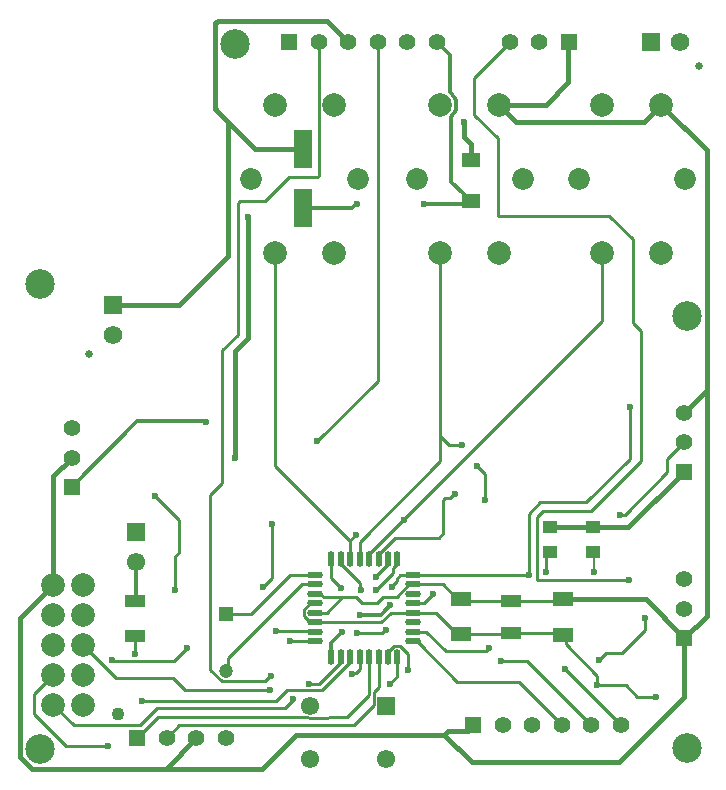
<source format=gbl>
G04*
G04 #@! TF.GenerationSoftware,Altium Limited,Altium Designer,24.1.2 (44)*
G04*
G04 Layer_Physical_Order=2*
G04 Layer_Color=16711680*
%FSLAX25Y25*%
%MOIN*%
G70*
G04*
G04 #@! TF.SameCoordinates,9647829F-9D65-4518-952E-74710912C15A*
G04*
G04*
G04 #@! TF.FilePolarity,Positive*
G04*
G01*
G75*
%ADD10C,0.00787*%
%ADD11C,0.00984*%
%ADD18R,0.06693X0.04331*%
%ADD25R,0.07087X0.04528*%
%ADD38C,0.07874*%
%ADD42R,0.06102X0.06102*%
%ADD43C,0.06102*%
%ADD44R,0.05512X0.05512*%
%ADD45C,0.05512*%
%ADD46R,0.05512X0.05512*%
%ADD51C,0.04331*%
%ADD54C,0.01575*%
%ADD55C,0.01772*%
%ADD56C,0.01181*%
%ADD57C,0.01193*%
%ADD58R,0.04724X0.04724*%
%ADD59C,0.04724*%
%ADD60C,0.07284*%
%ADD61R,0.06102X0.06102*%
%ADD62R,0.06201X0.06201*%
%ADD63C,0.06201*%
%ADD64C,0.02559*%
%ADD65R,0.06201X0.06201*%
%ADD66C,0.09843*%
%ADD67C,0.02362*%
%ADD68R,0.06299X0.12598*%
%ADD69R,0.07008X0.04213*%
%ADD70R,0.05118X0.04331*%
%ADD71R,0.05906X0.04921*%
%ADD72O,0.05315X0.02165*%
%ADD73O,0.02165X0.05315*%
D10*
X194700Y68800D02*
Y75400D01*
X194500Y75600D02*
X194700Y75400D01*
D11*
X99080Y20400D02*
X99991Y20316D01*
X110326Y71664D02*
X116736Y65253D01*
Y63264D02*
X117000Y63000D01*
X110326Y71664D02*
Y73239D01*
X116736Y63264D02*
Y65253D01*
X107176Y67024D02*
X110500Y63700D01*
X107176Y67024D02*
Y73239D01*
X84400Y63900D02*
X87250Y66750D01*
Y84750D01*
X115800Y48600D02*
X124127D01*
X124927Y49400D02*
X125300D01*
X124127Y48600D02*
X124927Y49400D01*
X55200Y74086D02*
X56300Y75186D01*
X55200Y62800D02*
Y74086D01*
X56300Y75186D02*
Y86100D01*
X126074Y71664D02*
Y73239D01*
X122100Y67690D02*
X126074Y71664D01*
X122100Y67200D02*
Y67690D01*
X127633Y68633D02*
Y70073D01*
X122000Y63000D02*
X127633Y68633D01*
X134539Y64774D02*
X144452D01*
X133179D02*
X134539D01*
X124404Y60500D02*
X128905D01*
X122504Y58600D02*
X124404Y60500D01*
X110900D02*
X115401D01*
X117301Y58600D01*
X103479Y61624D02*
X104603Y60500D01*
X117301Y58600D02*
X122504D01*
X104603Y60500D02*
X110900D01*
X101861Y61624D02*
X103479D01*
X101861Y55325D02*
X105725D01*
X110900Y60500D01*
X128905D02*
X133179Y64774D01*
X134539Y55325D02*
X142090D01*
X123876Y52176D02*
X127025Y55325D01*
X134539D01*
X127300Y63900D02*
Y64273D01*
X128956Y65929D01*
Y66656D01*
X130224Y67924D01*
X127633Y70073D02*
X129224Y71664D01*
X48300Y94100D02*
X56300Y86100D01*
X129224Y71664D02*
Y73239D01*
X209200Y27300D02*
X215300D01*
X205300Y31200D02*
X209200Y27300D01*
X195900Y31200D02*
X205300D01*
X185369Y44831D02*
X195850Y34350D01*
Y31250D02*
X195900Y31200D01*
X195850Y31250D02*
Y34350D01*
X198700Y41800D02*
X204200D01*
X196400Y39500D02*
X198700Y41800D01*
X184400Y47994D02*
X185369Y47025D01*
Y44831D02*
Y47025D01*
X204200Y41800D02*
X211800Y49400D01*
Y53600D01*
X34073Y39327D02*
X54827D01*
X34000Y39400D02*
X34073Y39327D01*
X54827D02*
X59000Y43500D01*
X41600Y41500D02*
Y47491D01*
X41800Y47691D01*
X93500Y45900D02*
X93512Y45888D01*
X101850D01*
X130224Y67924D02*
X134539D01*
X100078Y52176D02*
X101861D01*
X123876D01*
X54362Y33700D02*
X58362Y29700D01*
X86763D01*
X103039Y31700D02*
X110326Y38987D01*
Y40561D01*
X99700Y31700D02*
X103039D01*
X88900Y26000D02*
X92400Y29500D01*
X103989D02*
X113476Y38987D01*
X92400Y29500D02*
X103989D01*
X91700Y23500D02*
X94400Y26200D01*
Y26400D01*
X49000Y23500D02*
X91700D01*
X44100Y26000D02*
X88900D01*
X113476Y38987D02*
Y40561D01*
X114464Y35064D02*
X115261D01*
X114200Y34800D02*
X114464Y35064D01*
X8000Y21600D02*
Y28100D01*
Y21600D02*
X18700Y10900D01*
X8000Y28100D02*
X14500Y34600D01*
X18700Y10900D02*
X32800D01*
X14500Y24600D02*
X21268Y17832D01*
X39232D01*
X24500Y44600D02*
X35400Y33700D01*
X54362D01*
X66900Y36350D02*
Y94544D01*
X86827Y34100D02*
X87200D01*
X85167Y32440D02*
X86827Y34100D01*
X70811Y32440D02*
X85167D01*
X66900Y36350D02*
X70811Y32440D01*
X115261Y35064D02*
X116625Y36428D01*
X49315Y20400D02*
X99080D01*
X39300Y17900D02*
X43400D01*
X49000Y23500D01*
X39232Y17832D02*
X39300Y17900D01*
X42515Y13600D02*
X49315Y20400D01*
X121259Y24459D02*
Y28959D01*
X99991Y20316D02*
X112376Y20576D01*
X119775Y27975D01*
Y40561D01*
X121259Y28959D02*
X122924Y30624D01*
X114600Y17800D02*
X121259Y24459D01*
X122924Y30624D02*
Y40561D01*
X56557Y17800D02*
X114600D01*
X52357Y13600D02*
X56557Y17800D01*
X101850Y45888D02*
X101861Y45876D01*
X88887Y49113D02*
X101774D01*
X101861Y49026D01*
X88800Y49200D02*
X88887Y49113D01*
X87250Y84750D02*
X87300Y84800D01*
X72800Y40300D02*
X97274Y64774D01*
X101861D01*
X72800Y36394D02*
Y40300D01*
X102500Y112400D02*
X122685Y132585D01*
Y245500D01*
X175900Y66069D02*
X206331D01*
X151206Y59300D02*
X167100D01*
X183895D01*
X184400Y59805D01*
X175900Y87300D02*
X177700Y89100D01*
X175900Y66069D02*
Y87300D01*
X207600Y152036D02*
X210400Y149237D01*
X193600Y89100D02*
X210400Y105900D01*
Y149237D01*
X206600Y123600D02*
X206800Y123800D01*
X206600Y106700D02*
Y123600D01*
X177700Y89100D02*
X193600D01*
X207600Y152036D02*
Y179800D01*
X203400Y87900D02*
X203545Y88045D01*
X205045D02*
X219100Y102100D01*
X203545Y88045D02*
X205045D01*
X178800Y68800D02*
Y74266D01*
X173000Y88300D02*
X176800Y92100D01*
X173000Y67800D02*
Y88300D01*
X172876Y67924D02*
X173000Y67800D01*
X134539Y67924D02*
X172876D01*
X178800Y74266D02*
X180100Y75566D01*
X219100Y102100D02*
Y106600D01*
X176800Y92100D02*
X192000D01*
X206600Y106700D01*
X219100Y106600D02*
X224600Y112100D01*
X199800Y187600D02*
X207600Y179800D01*
X162600Y187600D02*
X199800D01*
X132800Y36200D02*
Y41494D01*
X130083Y44211D02*
X132800Y41494D01*
X128149Y44211D02*
X130083D01*
X126074Y40561D02*
Y42136D01*
X128149Y44211D01*
X143516Y114100D02*
Y175394D01*
Y105916D02*
Y114100D01*
X146416Y111200D01*
X150900D01*
X158372Y92900D02*
Y101427D01*
X155600Y104200D02*
X158372Y101427D01*
X119775Y74813D02*
X197472Y152511D01*
Y175394D01*
X116625Y79025D02*
X143516Y105916D01*
X138075Y58475D02*
X141200Y61600D01*
X134539Y58475D02*
X138075D01*
X146635Y93508D02*
X148027Y94900D01*
X145126Y93508D02*
X146635D01*
X144430Y92812D02*
X145126Y93508D01*
X148027Y94900D02*
X148400D01*
X144430Y81806D02*
Y92812D01*
X142923Y80300D02*
X144430Y81806D01*
X128411Y80300D02*
X142923D01*
X122924Y74813D02*
X128411Y80300D01*
X119775Y73239D02*
Y74813D01*
X122924Y73239D02*
Y74813D01*
X115300Y81300D02*
Y81300D01*
X113476Y79124D02*
Y79476D01*
X115300Y81300D01*
X88441Y104159D02*
X113476Y79124D01*
X162600Y187600D02*
Y213400D01*
X154700Y221300D02*
X162600Y213400D01*
X154700Y221300D02*
Y233585D01*
X166615Y245500D01*
X126600Y31500D02*
X129224Y34124D01*
Y40561D01*
X158613Y42413D02*
X159600Y43400D01*
X145287Y42413D02*
X158613D01*
X138674Y49026D02*
X145287Y42413D01*
X134539Y49026D02*
X138674D01*
X135794Y45876D02*
X136694Y44976D01*
Y44806D02*
X149229Y32271D01*
X169571D01*
X134539Y45876D02*
X135794D01*
X136694Y44806D02*
Y44976D01*
X169571Y32271D02*
X184043Y17800D01*
X185200Y36414D02*
X203728Y17886D01*
Y17800D02*
Y17886D01*
X185200Y36414D02*
Y36500D01*
X172485Y39200D02*
X193885Y17800D01*
X163900Y39200D02*
X172485D01*
X66900Y94544D02*
X70900Y98544D01*
Y142800D01*
X76100Y148000D01*
Y191923D01*
X76677Y192500D02*
X85100D01*
X76100Y191923D02*
X76677Y192500D01*
X85100D02*
X93000Y200400D01*
X102423D01*
X103000Y200977D01*
Y245500D01*
X116625Y36428D02*
Y40561D01*
Y73239D02*
Y79025D01*
X113476Y73239D02*
Y79124D01*
X88441Y104159D02*
Y175394D01*
X93455Y67924D02*
X101861D01*
X80537Y55006D02*
X93455Y67924D01*
X72200Y55006D02*
X80537D01*
X167100Y48591D02*
X183803D01*
X184400Y47994D01*
X166703Y48194D02*
X167100Y48591D01*
X150500Y48194D02*
X166703D01*
X142090Y55325D02*
X149220Y48194D01*
X150500D01*
X100078Y58475D02*
X101861D01*
X97912Y56309D02*
X100078Y58475D01*
X97912Y54342D02*
X100078Y52176D01*
X97912Y54342D02*
Y56309D01*
X150500Y60006D02*
X151206Y59300D01*
X149220Y60006D02*
X150500D01*
X144452Y64774D02*
X149220Y60006D01*
D18*
X41800Y59109D02*
D03*
Y47691D02*
D03*
D25*
X150500Y48194D02*
D03*
Y60006D02*
D03*
X184400Y59805D02*
D03*
Y47994D02*
D03*
D38*
X108126Y224606D02*
D03*
Y175394D02*
D03*
X88441Y224606D02*
D03*
Y175394D02*
D03*
X217158Y224606D02*
D03*
Y175394D02*
D03*
X197472Y224606D02*
D03*
Y175394D02*
D03*
X163201Y224606D02*
D03*
Y175394D02*
D03*
X143516Y224606D02*
D03*
Y175394D02*
D03*
X14500Y64600D02*
D03*
Y54600D02*
D03*
Y44600D02*
D03*
Y34600D02*
D03*
Y24600D02*
D03*
X24500Y64600D02*
D03*
Y54600D02*
D03*
Y44600D02*
D03*
Y34600D02*
D03*
Y24600D02*
D03*
D42*
X125495Y24358D02*
D03*
D43*
X42100Y72300D02*
D03*
X99905Y24358D02*
D03*
X125495Y6642D02*
D03*
X99905D02*
D03*
D44*
X154515Y17800D02*
D03*
X186300Y245500D02*
D03*
X93157D02*
D03*
X42515Y13600D02*
D03*
D45*
X164358Y17800D02*
D03*
X174200D02*
D03*
X184043D02*
D03*
X193885D02*
D03*
X203728D02*
D03*
X224867Y56700D02*
D03*
Y66543D02*
D03*
X224600Y112100D02*
D03*
Y121943D02*
D03*
X176457Y245500D02*
D03*
X166615D02*
D03*
X142370D02*
D03*
X132528D02*
D03*
X122685D02*
D03*
X112843D02*
D03*
X103000D02*
D03*
X20600Y107000D02*
D03*
Y116843D02*
D03*
X52357Y13600D02*
D03*
X62200D02*
D03*
X72043D02*
D03*
D46*
X224867Y46858D02*
D03*
X224600Y102258D02*
D03*
X20600Y97158D02*
D03*
D51*
X36216Y21474D02*
D03*
D54*
X68475Y223132D02*
Y251778D01*
X72800Y218807D02*
X81764Y209843D01*
X68573Y223034D02*
X72800Y218807D01*
X81764Y209843D02*
X97800D01*
X69397Y252700D02*
X105643D01*
X112843Y245500D01*
X68475Y251778D02*
X69397Y252700D01*
D55*
X211536Y218984D02*
X217159Y224606D01*
X203100Y5400D02*
X224867Y27167D01*
Y46858D01*
X154100Y5400D02*
X203100D01*
X184400Y59805D02*
X211919D01*
X224867Y46858D01*
X163200Y224606D02*
X168823Y218984D01*
X194500Y83868D02*
X206210D01*
X224600Y102258D01*
X153600Y206091D02*
Y211700D01*
X151300Y214000D02*
X153600Y211700D01*
X151300Y214000D02*
Y218900D01*
X14500Y64600D02*
Y100900D01*
X20600Y107000D01*
X75000Y142400D02*
X79400Y146800D01*
X75000Y106900D02*
Y142400D01*
X79400Y146800D02*
Y187200D01*
X186200Y245400D02*
X186300Y245500D01*
X186200Y232200D02*
Y245400D01*
X178606Y224606D02*
X186200Y232200D01*
X163201Y224606D02*
X178606D01*
X41800Y59109D02*
X42100Y59409D01*
X180100Y83834D02*
X180117Y83851D01*
X194483D01*
X194500Y83868D01*
X232307Y54298D02*
Y129650D01*
X224867Y46858D02*
X232307Y54298D01*
X217159Y224606D02*
X232307Y209459D01*
Y129650D02*
Y209459D01*
X224600Y121943D02*
X232307Y129650D01*
X168823Y218984D02*
X211536D01*
X72800Y174300D02*
Y218807D01*
X56243Y157743D02*
X72800Y174300D01*
X34300Y157743D02*
X56243D01*
X68573Y223034D02*
Y223132D01*
X144800Y14700D02*
X146030Y15930D01*
X152645D02*
X154515Y17800D01*
X146030Y15930D02*
X152645D01*
X144800Y14700D02*
X154100Y5400D01*
X95400Y14700D02*
X144800D01*
X84093Y3393D02*
X95400Y14700D01*
X51993Y3393D02*
X84093D01*
X7263D02*
X51993D01*
X62200Y13600D01*
X3393Y7263D02*
X7263Y3393D01*
X3393Y7263D02*
Y53493D01*
X14500Y64600D01*
D56*
X123700Y54600D02*
X125130Y56030D01*
Y56110D02*
X126600Y57580D01*
X125130Y56030D02*
Y56110D01*
X126600Y57580D02*
Y57900D01*
X107176Y45276D02*
X110700Y48800D01*
X107176Y40561D02*
Y45276D01*
X116700Y54600D02*
X123700D01*
X20600Y97158D02*
X42542Y119100D01*
X65200D01*
X72200Y35794D02*
X72800Y36394D01*
X42100Y59409D02*
Y72300D01*
X65200Y119100D02*
X65300Y119000D01*
D57*
X147162Y220714D02*
X147794Y221422D01*
X148291Y222231D01*
X148636Y223114D01*
X148820Y224045D01*
X148835Y224994D01*
X148682Y225931D01*
X148366Y226825D01*
X147896Y227650D01*
X147287Y228378D01*
X146700Y228965D02*
Y229447D01*
Y241170D01*
X147072Y199037D02*
Y220624D01*
Y199037D02*
X151244Y194865D01*
X147072Y220624D02*
X147162Y220714D01*
X146700Y228965D02*
X147287Y228378D01*
X142370Y245500D02*
X146700Y241170D01*
X153108Y192509D02*
X153600D01*
X151244Y194373D02*
Y194865D01*
Y194373D02*
X153108Y192509D01*
X152591Y191500D02*
X153600Y192509D01*
X138200Y191500D02*
X152591D01*
X115484D02*
X115800D01*
X97800Y190157D02*
X114141D01*
X115484Y191500D01*
D58*
X72200Y55006D02*
D03*
D59*
Y35794D02*
D03*
D60*
X80567Y200000D02*
D03*
X116000D02*
D03*
X189598D02*
D03*
X225032D02*
D03*
X135642D02*
D03*
X171075D02*
D03*
D61*
X42100Y82300D02*
D03*
D62*
X213600Y245600D02*
D03*
D63*
X223443D02*
D03*
X34300Y147900D02*
D03*
D64*
X229742Y237726D02*
D03*
X26426Y141601D02*
D03*
D65*
X34300Y157743D02*
D03*
D66*
X10000Y165000D02*
D03*
Y10000D02*
D03*
X225800Y10200D02*
D03*
X225700Y154300D02*
D03*
X75000Y245000D02*
D03*
D67*
X117000Y63000D02*
D03*
X110500Y63700D02*
D03*
X126600Y57900D02*
D03*
X125300Y49400D02*
D03*
X110700Y48800D02*
D03*
X84400Y63900D02*
D03*
X55200Y62800D02*
D03*
X122100Y67200D02*
D03*
X122000Y63000D02*
D03*
X127300Y63900D02*
D03*
X215300Y27300D02*
D03*
X195900Y31200D02*
D03*
X196400Y39500D02*
D03*
X34000Y39400D02*
D03*
X41600Y41500D02*
D03*
X59000Y43500D02*
D03*
X93500Y45900D02*
D03*
X115800Y48600D02*
D03*
X116700Y54600D02*
D03*
X86763Y29700D02*
D03*
X99700Y31700D02*
D03*
X94400Y26400D02*
D03*
X114200Y34800D02*
D03*
X44100Y26000D02*
D03*
X32800Y10900D02*
D03*
X87200Y34100D02*
D03*
X88800Y49200D02*
D03*
X87300Y84800D02*
D03*
X102500Y112400D02*
D03*
X206331Y66069D02*
D03*
X211800Y53600D02*
D03*
X206800Y123800D02*
D03*
X178800Y68800D02*
D03*
X173000Y67800D02*
D03*
X203400Y87900D02*
D03*
X132800Y36200D02*
D03*
X48300Y94100D02*
D03*
X150900Y111200D02*
D03*
X155600Y104200D02*
D03*
X151300Y218900D02*
D03*
X141200Y61600D02*
D03*
X158372Y92900D02*
D03*
X148400Y94900D02*
D03*
X131300Y86200D02*
D03*
X115300Y81300D02*
D03*
X126600Y31500D02*
D03*
X159600Y43400D02*
D03*
X185200Y36500D02*
D03*
X163900Y39200D02*
D03*
X194700Y68800D02*
D03*
X79400Y187200D02*
D03*
X75000Y106900D02*
D03*
X65300Y119000D02*
D03*
X115800Y191500D02*
D03*
X138200D02*
D03*
D68*
X97800Y190157D02*
D03*
Y209843D02*
D03*
D69*
X167100Y59300D02*
D03*
Y48591D02*
D03*
D70*
X180100Y83834D02*
D03*
Y75566D02*
D03*
X194500Y75600D02*
D03*
Y83868D02*
D03*
D71*
X153600Y206091D02*
D03*
Y192509D02*
D03*
D72*
X101861Y45876D02*
D03*
Y49026D02*
D03*
Y52176D02*
D03*
Y55325D02*
D03*
Y58475D02*
D03*
Y61624D02*
D03*
Y64774D02*
D03*
Y67924D02*
D03*
X134539D02*
D03*
Y64774D02*
D03*
Y61624D02*
D03*
Y58475D02*
D03*
Y55325D02*
D03*
Y52176D02*
D03*
Y49026D02*
D03*
Y45876D02*
D03*
D73*
X107176Y73239D02*
D03*
X110326D02*
D03*
X113476D02*
D03*
X116625D02*
D03*
X119775D02*
D03*
X122924D02*
D03*
X126074D02*
D03*
X129224D02*
D03*
Y40561D02*
D03*
X126074D02*
D03*
X122924D02*
D03*
X119775D02*
D03*
X116625D02*
D03*
X113476D02*
D03*
X110326D02*
D03*
X107176D02*
D03*
M02*

</source>
